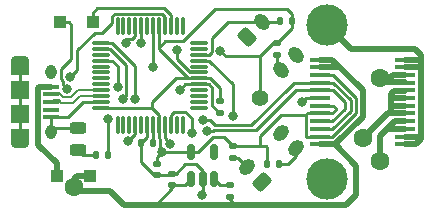
<source format=gtl>
G04 #@! TF.GenerationSoftware,KiCad,Pcbnew,7.0.6-7.0.6~ubuntu22.04.1*
G04 #@! TF.CreationDate,2023-07-08T17:09:40+02:00*
G04 #@! TF.ProjectId,combined,636f6d62-696e-4656-942e-6b696361645f,rev?*
G04 #@! TF.SameCoordinates,Original*
G04 #@! TF.FileFunction,Copper,L1,Top*
G04 #@! TF.FilePolarity,Positive*
%FSLAX46Y46*%
G04 Gerber Fmt 4.6, Leading zero omitted, Abs format (unit mm)*
G04 Created by KiCad (PCBNEW 7.0.6-7.0.6~ubuntu22.04.1) date 2023-07-08 17:09:40*
%MOMM*%
%LPD*%
G01*
G04 APERTURE LIST*
G04 Aperture macros list*
%AMRoundRect*
0 Rectangle with rounded corners*
0 $1 Rounding radius*
0 $2 $3 $4 $5 $6 $7 $8 $9 X,Y pos of 4 corners*
0 Add a 4 corners polygon primitive as box body*
4,1,4,$2,$3,$4,$5,$6,$7,$8,$9,$2,$3,0*
0 Add four circle primitives for the rounded corners*
1,1,$1+$1,$2,$3*
1,1,$1+$1,$4,$5*
1,1,$1+$1,$6,$7*
1,1,$1+$1,$8,$9*
0 Add four rect primitives between the rounded corners*
20,1,$1+$1,$2,$3,$4,$5,0*
20,1,$1+$1,$4,$5,$6,$7,0*
20,1,$1+$1,$6,$7,$8,$9,0*
20,1,$1+$1,$8,$9,$2,$3,0*%
%AMHorizOval*
0 Thick line with rounded ends*
0 $1 width*
0 $2 $3 position (X,Y) of the first rounded end (center of the circle)*
0 $4 $5 position (X,Y) of the second rounded end (center of the circle)*
0 Add line between two ends*
20,1,$1,$2,$3,$4,$5,0*
0 Add two circle primitives to create the rounded ends*
1,1,$1,$2,$3*
1,1,$1,$4,$5*%
G04 Aperture macros list end*
G04 #@! TA.AperFunction,ComponentPad*
%ADD10C,1.400000*%
G04 #@! TD*
G04 #@! TA.AperFunction,SMDPad,CuDef*
%ADD11RoundRect,0.140000X0.170000X-0.140000X0.170000X0.140000X-0.170000X0.140000X-0.170000X-0.140000X0*%
G04 #@! TD*
G04 #@! TA.AperFunction,SMDPad,CuDef*
%ADD12RoundRect,0.140000X-0.170000X0.140000X-0.170000X-0.140000X0.170000X-0.140000X0.170000X0.140000X0*%
G04 #@! TD*
G04 #@! TA.AperFunction,SMDPad,CuDef*
%ADD13RoundRect,0.140000X0.140000X0.170000X-0.140000X0.170000X-0.140000X-0.170000X0.140000X-0.170000X0*%
G04 #@! TD*
G04 #@! TA.AperFunction,SMDPad,CuDef*
%ADD14RoundRect,0.250000X0.300000X0.300000X-0.300000X0.300000X-0.300000X-0.300000X0.300000X-0.300000X0*%
G04 #@! TD*
G04 #@! TA.AperFunction,SMDPad,CuDef*
%ADD15R,1.350000X0.400000*%
G04 #@! TD*
G04 #@! TA.AperFunction,ComponentPad*
%ADD16O,1.550000X0.890000*%
G04 #@! TD*
G04 #@! TA.AperFunction,SMDPad,CuDef*
%ADD17R,1.550000X1.200000*%
G04 #@! TD*
G04 #@! TA.AperFunction,ComponentPad*
%ADD18O,0.950000X1.250000*%
G04 #@! TD*
G04 #@! TA.AperFunction,SMDPad,CuDef*
%ADD19R,1.550000X1.500000*%
G04 #@! TD*
G04 #@! TA.AperFunction,SMDPad,CuDef*
%ADD20RoundRect,0.135000X0.135000X0.185000X-0.135000X0.185000X-0.135000X-0.185000X0.135000X-0.185000X0*%
G04 #@! TD*
G04 #@! TA.AperFunction,SMDPad,CuDef*
%ADD21RoundRect,0.135000X0.185000X-0.135000X0.185000X0.135000X-0.185000X0.135000X-0.185000X-0.135000X0*%
G04 #@! TD*
G04 #@! TA.AperFunction,SMDPad,CuDef*
%ADD22RoundRect,0.135000X-0.135000X-0.185000X0.135000X-0.185000X0.135000X0.185000X-0.135000X0.185000X0*%
G04 #@! TD*
G04 #@! TA.AperFunction,SMDPad,CuDef*
%ADD23RoundRect,0.150000X0.150000X-0.512500X0.150000X0.512500X-0.150000X0.512500X-0.150000X-0.512500X0*%
G04 #@! TD*
G04 #@! TA.AperFunction,SMDPad,CuDef*
%ADD24RoundRect,0.075000X0.662500X0.075000X-0.662500X0.075000X-0.662500X-0.075000X0.662500X-0.075000X0*%
G04 #@! TD*
G04 #@! TA.AperFunction,SMDPad,CuDef*
%ADD25RoundRect,0.075000X0.075000X0.662500X-0.075000X0.662500X-0.075000X-0.662500X0.075000X-0.662500X0*%
G04 #@! TD*
G04 #@! TA.AperFunction,SMDPad,CuDef*
%ADD26R,1.750000X0.450000*%
G04 #@! TD*
G04 #@! TA.AperFunction,SMDPad,CuDef*
%ADD27RoundRect,0.243750X-0.456250X0.243750X-0.456250X-0.243750X0.456250X-0.243750X0.456250X0.243750X0*%
G04 #@! TD*
G04 #@! TA.AperFunction,ComponentPad*
%ADD28C,3.500000*%
G04 #@! TD*
G04 #@! TA.AperFunction,ComponentPad*
%ADD29RoundRect,0.249700X0.566110X0.141421X0.141421X0.566110X-0.566110X-0.141421X-0.141421X-0.566110X0*%
G04 #@! TD*
G04 #@! TA.AperFunction,ComponentPad*
%ADD30HorizOval,1.100000X0.141421X0.141421X-0.141421X-0.141421X0*%
G04 #@! TD*
G04 #@! TA.AperFunction,ComponentPad*
%ADD31RoundRect,0.249700X0.141421X-0.566110X0.566110X-0.141421X-0.141421X0.566110X-0.566110X0.141421X0*%
G04 #@! TD*
G04 #@! TA.AperFunction,ComponentPad*
%ADD32HorizOval,1.100000X-0.141421X0.141421X0.141421X-0.141421X0*%
G04 #@! TD*
G04 #@! TA.AperFunction,ViaPad*
%ADD33C,0.800000*%
G04 #@! TD*
G04 #@! TA.AperFunction,ViaPad*
%ADD34C,1.600000*%
G04 #@! TD*
G04 #@! TA.AperFunction,Conductor*
%ADD35C,0.250000*%
G04 #@! TD*
G04 #@! TA.AperFunction,Conductor*
%ADD36C,0.500000*%
G04 #@! TD*
G04 #@! TA.AperFunction,Conductor*
%ADD37C,0.200000*%
G04 #@! TD*
G04 APERTURE END LIST*
D10*
X99314000Y-33401000D03*
D11*
X91897200Y-40787200D03*
X91897200Y-39827200D03*
D12*
X90627200Y-38963600D03*
X90627200Y-39923600D03*
D13*
X90210000Y-37250000D03*
X89250000Y-37250000D03*
D12*
X95885000Y-33683000D03*
X95885000Y-34643000D03*
D14*
X85150000Y-27000000D03*
X82350000Y-27000000D03*
X84900000Y-40000000D03*
X82100000Y-40000000D03*
D15*
X81650000Y-32450000D03*
X81650000Y-33100000D03*
X81650000Y-33750000D03*
X81650000Y-34400000D03*
X81650000Y-35050000D03*
D16*
X78950000Y-30250000D03*
D17*
X78950000Y-30850000D03*
D18*
X81650000Y-31250000D03*
D19*
X78950000Y-32750000D03*
X78950000Y-34750000D03*
D18*
X81650000Y-36250000D03*
D17*
X78950000Y-36650000D03*
D16*
X78950000Y-37250000D03*
D20*
X100939600Y-38963600D03*
X99919600Y-38963600D03*
D21*
X100750000Y-29760000D03*
X100750000Y-28740000D03*
X97028000Y-38483000D03*
X97028000Y-37463000D03*
X96750000Y-41760000D03*
X96750000Y-40740000D03*
D22*
X100990000Y-26924000D03*
X102010000Y-26924000D03*
D23*
X93500000Y-40250000D03*
X94450000Y-40250000D03*
X95400000Y-40250000D03*
X95400000Y-37975000D03*
X93500000Y-37975000D03*
D24*
X94162500Y-34250000D03*
X94162500Y-33750000D03*
X94162500Y-33250000D03*
X94162500Y-32750000D03*
X94162500Y-32250000D03*
X94162500Y-31750000D03*
X94162500Y-31250000D03*
X94162500Y-30750000D03*
X94162500Y-30250000D03*
X94162500Y-29750000D03*
X94162500Y-29250000D03*
X94162500Y-28750000D03*
D25*
X92750000Y-27337500D03*
X92250000Y-27337500D03*
X91750000Y-27337500D03*
X91250000Y-27337500D03*
X90750000Y-27337500D03*
X90250000Y-27337500D03*
X89750000Y-27337500D03*
X89250000Y-27337500D03*
X88750000Y-27337500D03*
X88250000Y-27337500D03*
X87750000Y-27337500D03*
X87250000Y-27337500D03*
D24*
X85837500Y-28750000D03*
X85837500Y-29250000D03*
X85837500Y-29750000D03*
X85837500Y-30250000D03*
X85837500Y-30750000D03*
X85837500Y-31250000D03*
X85837500Y-31750000D03*
X85837500Y-32250000D03*
X85837500Y-32750000D03*
X85837500Y-33250000D03*
X85837500Y-33750000D03*
X85837500Y-34250000D03*
D25*
X87250000Y-35662500D03*
X87750000Y-35662500D03*
X88250000Y-35662500D03*
X88750000Y-35662500D03*
X89250000Y-35662500D03*
X89750000Y-35662500D03*
X90250000Y-35662500D03*
X90750000Y-35662500D03*
X91250000Y-35662500D03*
X91750000Y-35662500D03*
X92250000Y-35662500D03*
X92750000Y-35662500D03*
D26*
X111600000Y-37325000D03*
X111600000Y-36675000D03*
X111600000Y-36025000D03*
X111600000Y-35375000D03*
X111600000Y-34725000D03*
X111600000Y-34075000D03*
X111600000Y-33425000D03*
X111600000Y-32775000D03*
X111600000Y-32125000D03*
X111600000Y-31475000D03*
X111600000Y-30825000D03*
X111600000Y-30175000D03*
X104400000Y-30175000D03*
X104400000Y-30825000D03*
X104400000Y-31475000D03*
X104400000Y-32125000D03*
X104400000Y-32775000D03*
X104400000Y-33425000D03*
X104400000Y-34075000D03*
X104400000Y-34725000D03*
X104400000Y-35375000D03*
X104400000Y-36025000D03*
X104400000Y-36675000D03*
X104400000Y-37325000D03*
D27*
X83870800Y-35943300D03*
X83870800Y-37818300D03*
D20*
X86463600Y-38252400D03*
X85443600Y-38252400D03*
D28*
X105000000Y-40250000D03*
X105000000Y-27250000D03*
D29*
X99500000Y-40500000D03*
D30*
X102328427Y-37671573D03*
X98227208Y-39227208D03*
X101055635Y-36398781D03*
D31*
X98250000Y-28250000D03*
D32*
X101078427Y-31078427D03*
X99522792Y-26977208D03*
X102351219Y-29805635D03*
D33*
X95949500Y-29402875D03*
D34*
X109474000Y-38760400D03*
D33*
X94437200Y-41587600D03*
X102870000Y-33781998D03*
D34*
X109500000Y-31750000D03*
D33*
X90250020Y-30750000D03*
X92500000Y-32750000D03*
D34*
X83559771Y-40965139D03*
D33*
X91000000Y-38000028D03*
X82984905Y-32648163D03*
X83263377Y-31603446D03*
X92250000Y-29325000D03*
X89250000Y-28750000D03*
X88000000Y-28750000D03*
D34*
X108000800Y-36830000D03*
D33*
X88137997Y-37084000D03*
X93514889Y-36379848D03*
X91725000Y-37275000D03*
X97005261Y-34970479D03*
X87750000Y-33500000D03*
X86410800Y-35204400D03*
X94783718Y-36197058D03*
X88750026Y-33500000D03*
X94496738Y-35239109D03*
X87250000Y-32500000D03*
D35*
X96402625Y-29856000D02*
X99314000Y-29856000D01*
X95949500Y-29402875D02*
X96402625Y-29856000D01*
X99522792Y-26977208D02*
X96619192Y-26977208D01*
X95225000Y-29490685D02*
X94965685Y-29750000D01*
X96619192Y-26977208D02*
X95225000Y-28371400D01*
X95225000Y-28371400D02*
X95225000Y-29490685D01*
X94965685Y-29750000D02*
X94162500Y-29750000D01*
X102010000Y-26924000D02*
X102010000Y-26318000D01*
X102010000Y-26318000D02*
X101600000Y-25908000D01*
X101600000Y-25908000D02*
X95482702Y-25908000D01*
X95482702Y-25908000D02*
X92790703Y-28599999D01*
X90750000Y-29140702D02*
X90750000Y-29000000D01*
X92790703Y-28599999D02*
X91290703Y-28599999D01*
X91290703Y-28599999D02*
X90750000Y-29140702D01*
X99314000Y-37463000D02*
X99314000Y-36626800D01*
X99314000Y-36626800D02*
X101115800Y-34825000D01*
X101115800Y-34825000D02*
X103175000Y-34825000D01*
X95300732Y-36740000D02*
X94065732Y-37975000D01*
X98227208Y-39227208D02*
X97483000Y-38483000D01*
X97483000Y-38483000D02*
X97028000Y-38483000D01*
X97028000Y-37463000D02*
X96305000Y-36740000D01*
X97028000Y-37463000D02*
X99793000Y-37463000D01*
X99793000Y-37463000D02*
X99919600Y-37589600D01*
X96305000Y-36740000D02*
X95300732Y-36740000D01*
X99919600Y-37589600D02*
X99919600Y-38963600D01*
X94065732Y-37975000D02*
X93500000Y-37975000D01*
X100990000Y-26924000D02*
X100936792Y-26977208D01*
X102010000Y-27500000D02*
X102010000Y-26924000D01*
X100936792Y-26977208D02*
X99522792Y-26977208D01*
X100770000Y-28740000D02*
X102010000Y-27500000D01*
X95020000Y-30250000D02*
X94162500Y-30250000D01*
X97005261Y-32235261D02*
X95020000Y-30250000D01*
X97005261Y-34970479D02*
X97005261Y-32235261D01*
X99314000Y-33401000D02*
X99314000Y-29856000D01*
X99314000Y-29856000D02*
X100430000Y-28740000D01*
X100430000Y-28740000D02*
X100750000Y-28740000D01*
X94162500Y-31750000D02*
X95102081Y-31750000D01*
X95102081Y-31750000D02*
X95885000Y-32532919D01*
X95885000Y-32532919D02*
X95885000Y-33683000D01*
X94162500Y-32250000D02*
X94965685Y-32250000D01*
X94965685Y-32250000D02*
X95250000Y-32534315D01*
X95250000Y-32534315D02*
X95250000Y-34015609D01*
X95250000Y-34015609D02*
X95877391Y-34643000D01*
X95877391Y-34643000D02*
X95885000Y-34643000D01*
X78950000Y-30850000D02*
X78950000Y-32750000D01*
X90250000Y-30749980D02*
X90250020Y-30750000D01*
X90317200Y-39923600D02*
X89250000Y-38856400D01*
D36*
X109849999Y-32099999D02*
X111600000Y-32099999D01*
D35*
X89250000Y-37560000D02*
X89250000Y-37250000D01*
X89750000Y-36742374D02*
X89250000Y-37242374D01*
D36*
X109474000Y-36626800D02*
X109474000Y-38760400D01*
X110540800Y-31500001D02*
X111600000Y-31500001D01*
D35*
X83018225Y-35050000D02*
X84318225Y-33750000D01*
X92500000Y-32750000D02*
X93000000Y-32250000D01*
D36*
X110700791Y-35400009D02*
X109474000Y-36626800D01*
D35*
X104400000Y-33425000D02*
X103226998Y-33425000D01*
X89750000Y-35662500D02*
X89750000Y-36742374D01*
X91897200Y-39827200D02*
X92207200Y-39827200D01*
X78950000Y-36650000D02*
X78950000Y-34750000D01*
D36*
X110100801Y-35999999D02*
X111600000Y-35999999D01*
X110290801Y-31750000D02*
X110540800Y-31500001D01*
D35*
X92996910Y-39037490D02*
X93899990Y-39037490D01*
X81650000Y-35050000D02*
X83018225Y-35050000D01*
X81650000Y-35050000D02*
X81650000Y-36250000D01*
X103226998Y-33425000D02*
X102870000Y-33781998D01*
X92207200Y-39827200D02*
X92996910Y-39037490D01*
X78950000Y-32750000D02*
X78950000Y-34750000D01*
D36*
X111600000Y-35400009D02*
X110700791Y-35400009D01*
D35*
X90250000Y-27337500D02*
X90250000Y-30749980D01*
X89250000Y-38856400D02*
X89250000Y-37560000D01*
X94450000Y-39587500D02*
X94450000Y-40250000D01*
X84318225Y-33750000D02*
X85100000Y-33750000D01*
X81981700Y-35918300D02*
X81650000Y-36250000D01*
D36*
X109500000Y-31750000D02*
X109849999Y-32099999D01*
D35*
X83870800Y-35918300D02*
X81981700Y-35918300D01*
X90627200Y-39923600D02*
X90317200Y-39923600D01*
X94450000Y-40250000D02*
X94450000Y-41574800D01*
X90627200Y-39923600D02*
X91800800Y-39923600D01*
X94450000Y-41574800D02*
X94437200Y-41587600D01*
D36*
X109500000Y-31750000D02*
X110290801Y-31750000D01*
D35*
X93899990Y-39037490D02*
X94450000Y-39587500D01*
X93000000Y-32250000D02*
X94162500Y-32250000D01*
X85100000Y-33750000D02*
X85837500Y-33750000D01*
D36*
X105409800Y-30175000D02*
X108000800Y-32766000D01*
X99017229Y-42468800D02*
X106578400Y-42468800D01*
D35*
X91897200Y-40787200D02*
X92962800Y-40787200D01*
D36*
X106034799Y-30799999D02*
X104400000Y-30799999D01*
D35*
X96750000Y-42030000D02*
X97188800Y-42468800D01*
X96750000Y-41760000D02*
X96750000Y-42030000D01*
D36*
X108000000Y-33125000D02*
X108000800Y-33124200D01*
D35*
X92962800Y-40787200D02*
X93500000Y-40250000D01*
D36*
X99017229Y-42468800D02*
X87833200Y-42468800D01*
X107442000Y-41605200D02*
X107442000Y-39157000D01*
X83844232Y-41249600D02*
X83559771Y-40965139D01*
X83559771Y-40290229D02*
X83559771Y-40965139D01*
X84900000Y-40000000D02*
X83850000Y-40000000D01*
X106578400Y-42468800D02*
X107442000Y-41605200D01*
D35*
X97188800Y-42468800D02*
X99017229Y-42468800D01*
D36*
X87833200Y-42468800D02*
X86614000Y-41249600D01*
X105635001Y-37350001D02*
X108000000Y-34985002D01*
X104400000Y-30175000D02*
X105409800Y-30175000D01*
X108000800Y-32766000D02*
X108000800Y-32816800D01*
X86614000Y-41249600D02*
X83844232Y-41249600D01*
X108000000Y-34985002D02*
X108000000Y-33125000D01*
X83850000Y-40000000D02*
X83559771Y-40290229D01*
X104374999Y-37350001D02*
X105635001Y-37350001D01*
X108000800Y-33124200D02*
X108000800Y-32816800D01*
D35*
X90495600Y-42468800D02*
X87833200Y-42468800D01*
X91897200Y-41067200D02*
X90495600Y-42468800D01*
X91897200Y-40787200D02*
X91897200Y-41067200D01*
D36*
X107442000Y-39157000D02*
X105635001Y-37350001D01*
D35*
X90140702Y-33786296D02*
X92176998Y-31750000D01*
X90627200Y-38963600D02*
X90627200Y-38372828D01*
X105714800Y-34264800D02*
X105714800Y-34458792D01*
X90627200Y-38372828D02*
X91000000Y-38000028D01*
X90140702Y-34250000D02*
X90725010Y-34834308D01*
X90750000Y-37750028D02*
X91000000Y-38000028D01*
X90750000Y-37677626D02*
X90750000Y-37750028D01*
X107424990Y-34685012D02*
X107424990Y-33374990D01*
X90750000Y-36822374D02*
X90815010Y-36887384D01*
X94162500Y-31750000D02*
X93222888Y-31750000D01*
X105448592Y-34725000D02*
X104400000Y-34725000D01*
X105525000Y-34075000D02*
X105714800Y-34264800D01*
X103275000Y-34725000D02*
X103175000Y-34825000D01*
X104400000Y-34725000D02*
X103275000Y-34725000D01*
X104400000Y-34075000D02*
X105525000Y-34075000D01*
X103175000Y-34825000D02*
X103175000Y-36675000D01*
X90815010Y-36887384D02*
X90815010Y-37612616D01*
X93222888Y-31750000D02*
X90750000Y-29277112D01*
X85837500Y-34250000D02*
X90140702Y-34250000D01*
X91000000Y-38000028D02*
X93474972Y-38000028D01*
X103275000Y-36675000D02*
X104400000Y-36675000D01*
X90750000Y-29277112D02*
X90750000Y-29000000D01*
X90750000Y-35662500D02*
X90750000Y-36822374D01*
X105435002Y-36675000D02*
X107424990Y-34685012D01*
X104400000Y-36675000D02*
X105435002Y-36675000D01*
X92176998Y-31750000D02*
X94162500Y-31750000D01*
X107424990Y-33374990D02*
X105525000Y-31475000D01*
X90725010Y-34834308D02*
X90725010Y-35637510D01*
X90750000Y-27337500D02*
X90750000Y-29000000D01*
X105714800Y-34458792D02*
X105448592Y-34725000D01*
X103175000Y-36675000D02*
X103275000Y-36675000D01*
X90815010Y-37612616D02*
X90750000Y-37677626D01*
X90140702Y-34250000D02*
X90140702Y-33786296D01*
X105525000Y-31475000D02*
X104400000Y-31475000D01*
X90250000Y-35662500D02*
X90250000Y-37210000D01*
X82450010Y-30980185D02*
X82450010Y-31790008D01*
X82650001Y-32313259D02*
X82984905Y-32648163D01*
X82650001Y-31989999D02*
X82650001Y-32313259D01*
X82350000Y-27000000D02*
X83150000Y-27000000D01*
X82450010Y-31790008D02*
X82650001Y-31989999D01*
X83150000Y-27000000D02*
X83346525Y-27196525D01*
X83346525Y-27196525D02*
X83346525Y-30083671D01*
X83346525Y-30083671D02*
X82450010Y-30980185D01*
X83263377Y-31603446D02*
X83813599Y-31053224D01*
X85309314Y-27875001D02*
X83813599Y-29370716D01*
X91250000Y-27337500D02*
X91250000Y-26534298D01*
X86774990Y-26509308D02*
X86774990Y-27060012D01*
X85960001Y-27875001D02*
X85309314Y-27875001D01*
X90990692Y-26274990D02*
X87009308Y-26274990D01*
X83813599Y-29370716D02*
X83813599Y-31053224D01*
X91250000Y-26534298D02*
X90990692Y-26274990D01*
X87009308Y-26274990D02*
X86774990Y-26509308D01*
X86774990Y-27060012D02*
X85960001Y-27875001D01*
X84304900Y-38252400D02*
X83870800Y-37818300D01*
X85443600Y-38252400D02*
X84304900Y-38252400D01*
X85150000Y-26200000D02*
X85150000Y-27000000D01*
X91177092Y-25824980D02*
X85525020Y-25824980D01*
X85525020Y-25824980D02*
X85150000Y-26200000D01*
X91750000Y-27337500D02*
X91750000Y-26397888D01*
X91750000Y-26397888D02*
X91177092Y-25824980D01*
D36*
X80524999Y-32539999D02*
X80614998Y-32450000D01*
X80524999Y-37374999D02*
X80524999Y-32539999D01*
X80614998Y-32450000D02*
X81650000Y-32450000D01*
X82100000Y-40000000D02*
X82100000Y-38950000D01*
X82100000Y-38950000D02*
X80524999Y-37374999D01*
D35*
X92250000Y-30140702D02*
X92250000Y-29325000D01*
X93359298Y-31250000D02*
X92250000Y-30140702D01*
X94162500Y-31250000D02*
X93359298Y-31250000D01*
X89250000Y-27337500D02*
X89250000Y-28750000D01*
X88725010Y-28165692D02*
X88725010Y-27362490D01*
X88490692Y-28400010D02*
X88725010Y-28165692D01*
X88000000Y-28750000D02*
X88000000Y-28500000D01*
X88000000Y-28500000D02*
X88099990Y-28400010D01*
X88099990Y-28400010D02*
X88490692Y-28400010D01*
D36*
X110495398Y-33425000D02*
X110364999Y-33555399D01*
X108000800Y-36830000D02*
X110130801Y-34699999D01*
X110364999Y-33094201D02*
X110659191Y-32800009D01*
X110364999Y-34010001D02*
X110364999Y-33094201D01*
X110364999Y-34699999D02*
X111600000Y-34699999D01*
X110659191Y-32800009D02*
X111600000Y-32800009D01*
X110364999Y-34010001D02*
X110364999Y-34699999D01*
X111600000Y-34075000D02*
X110400200Y-34075000D01*
X111600000Y-33425000D02*
X110495398Y-33425000D01*
X110364999Y-34699999D02*
X110130801Y-34699999D01*
X112979200Y-30226000D02*
X112928200Y-30175000D01*
X112874999Y-30799999D02*
X111600000Y-30799999D01*
X112979200Y-30480000D02*
X112979200Y-30226000D01*
X112979200Y-29768800D02*
X112979200Y-30480000D01*
X112975000Y-30900000D02*
X112874999Y-30799999D01*
X112471200Y-29260800D02*
X107010800Y-29260800D01*
X112979200Y-30895800D02*
X112979200Y-30480000D01*
X112795999Y-36700001D02*
X111600000Y-36700001D01*
X112975000Y-30900000D02*
X112975000Y-36885000D01*
X112471200Y-29260800D02*
X112979200Y-29768800D01*
X112928200Y-30175000D02*
X111600000Y-30175000D01*
X112535000Y-37325000D02*
X111600000Y-37325000D01*
X112975000Y-36885000D02*
X112535000Y-37325000D01*
X112975000Y-30900000D02*
X112979200Y-30895800D01*
X107010800Y-29260800D02*
X105000000Y-27250000D01*
D35*
X88137997Y-37084000D02*
X88750000Y-36471997D01*
X88750000Y-35662500D02*
X88750000Y-36471997D01*
X92009308Y-34599990D02*
X92990692Y-34599990D01*
X91750000Y-35662500D02*
X91750000Y-34859298D01*
X92990692Y-34599990D02*
X93514889Y-35124187D01*
X91750000Y-34859298D02*
X92009308Y-34599990D01*
X93514889Y-35124187D02*
X93514889Y-36379848D01*
X91265020Y-36415020D02*
X91265020Y-36815020D01*
X91325001Y-36875001D02*
X91725000Y-37275000D01*
X91265020Y-36815020D02*
X91325001Y-36875001D01*
X91250000Y-36400000D02*
X91265020Y-36415020D01*
X91250000Y-35662500D02*
X91250000Y-36400000D01*
X101709243Y-38963600D02*
X102328427Y-38344416D01*
X100939600Y-38963600D02*
X101709243Y-38963600D01*
X102328427Y-38344416D02*
X102328427Y-37671573D01*
X100750000Y-29760000D02*
X100750000Y-30750000D01*
X96750000Y-40740000D02*
X95890000Y-40740000D01*
X95890000Y-40740000D02*
X95400000Y-40250000D01*
X87975041Y-33274959D02*
X87750000Y-33500000D01*
X87975041Y-30584339D02*
X87975041Y-33274959D01*
X85837500Y-29250000D02*
X86640702Y-29250000D01*
X86640702Y-29250000D02*
X87975041Y-30584339D01*
X86410800Y-38199600D02*
X86410800Y-35204400D01*
D37*
X81650000Y-33750000D02*
X81799999Y-33600001D01*
X83507298Y-33798155D02*
X84080453Y-33225000D01*
X81799999Y-33600001D02*
X82264358Y-33600001D01*
X82264358Y-33600001D02*
X82462512Y-33798155D01*
X82462512Y-33798155D02*
X83507298Y-33798155D01*
X84080453Y-33225000D02*
X85812500Y-33225000D01*
X82300750Y-33000010D02*
X82648904Y-33348164D01*
X83320906Y-33348164D02*
X83894070Y-32775000D01*
X83894070Y-32775000D02*
X85812500Y-32775000D01*
X82648904Y-33348164D02*
X83320906Y-33348164D01*
X81763593Y-33000010D02*
X82300750Y-33000010D01*
D35*
X104400000Y-32775000D02*
X103275000Y-32775000D01*
X106500000Y-33750000D02*
X106500000Y-34310002D01*
X103275000Y-32775000D02*
X103252198Y-32752198D01*
X98976806Y-36144990D02*
X95401471Y-36144990D01*
X105525000Y-32775000D02*
X106500000Y-33750000D01*
X105435002Y-35375000D02*
X104400000Y-35375000D01*
X95401471Y-36144990D02*
X95349403Y-36197058D01*
X88750026Y-30677024D02*
X88750026Y-33500000D01*
X106500000Y-34310002D02*
X105435002Y-35375000D01*
X102369598Y-32752198D02*
X98976806Y-36144990D01*
X95349403Y-36197058D02*
X94783718Y-36197058D01*
X85837500Y-28750000D02*
X86823002Y-28750000D01*
X86823002Y-28750000D02*
X88750026Y-30677024D01*
X104400000Y-32775000D02*
X105525000Y-32775000D01*
X103252198Y-32752198D02*
X102369598Y-32752198D01*
X104400000Y-32125000D02*
X105525000Y-32125000D01*
X95062423Y-35239109D02*
X94496738Y-35239109D01*
X101790209Y-32542776D02*
X101739409Y-32542776D01*
X106974980Y-33574980D02*
X106974980Y-34485022D01*
X105525000Y-32125000D02*
X106974980Y-33574980D01*
X106974980Y-34485022D02*
X105435002Y-36025000D01*
X105435002Y-36025000D02*
X104400000Y-36025000D01*
X86815685Y-30250000D02*
X87250000Y-30684315D01*
X87250000Y-30684315D02*
X87250000Y-32500000D01*
X95518293Y-35694979D02*
X95062423Y-35239109D01*
X102207985Y-32125000D02*
X101790209Y-32542776D01*
X101739409Y-32542776D02*
X98587206Y-35694979D01*
X85837500Y-30250000D02*
X86815685Y-30250000D01*
X98587206Y-35694979D02*
X95518293Y-35694979D01*
X104400000Y-32125000D02*
X102207985Y-32125000D01*
M02*

</source>
